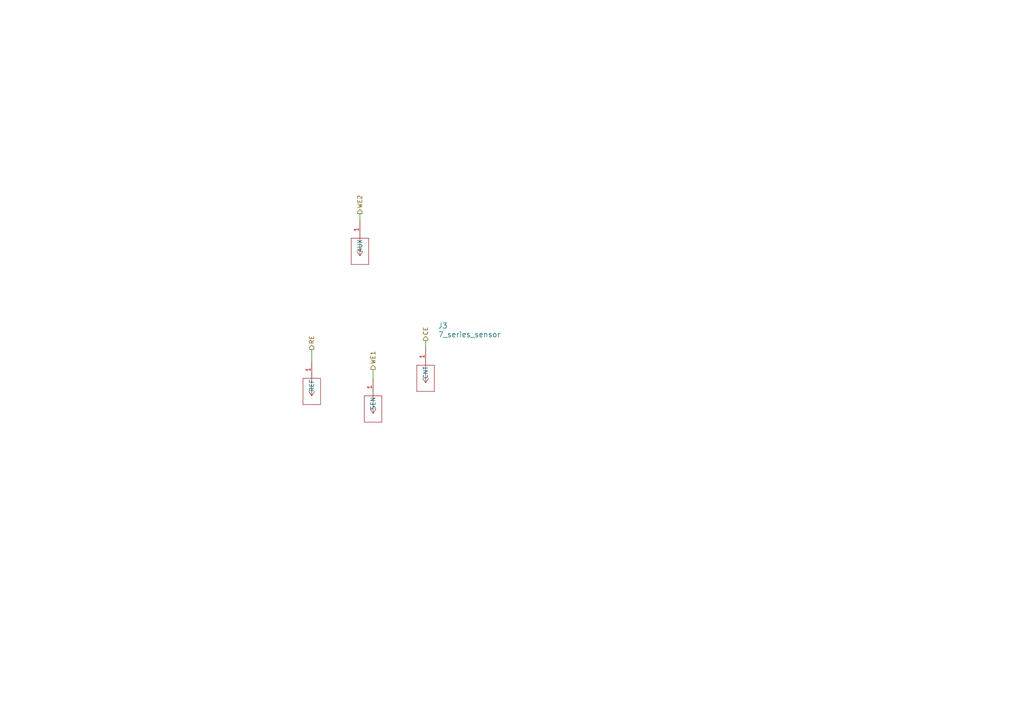
<source format=kicad_sch>
(kicad_sch (version 20231120) (generator "eeschema") (generator_version "8.0")
  (paper "A4")
  (lib_symbols
    (symbol "7_series_sensor_1" (pin_names (offset 0.254))
      (property "Reference" "J" (at 8.89 6.35 0))
      (property "Value" "7_series_sensor" (at -2.54 6.35 0))
      (symbol "7_series_sensor_1_1_1"
        (polyline (pts (xy -35.56 11.43) (xy -27.94 11.43)) (stroke (width 0.127)))
        (polyline (pts (xy -35.56 16.51) (xy -35.56 11.43)) (stroke (width 0.127)))
        (polyline (pts (xy -30.48 13.97) (xy -35.56 13.97)) (stroke (width 0.127)))
        (polyline (pts (xy -30.48 13.97) (xy -31.75 13.1233)) (stroke (width 0.127)))
        (polyline (pts (xy -30.48 13.97) (xy -31.75 14.8167)) (stroke (width 0.127)))
        (polyline (pts (xy -27.94 11.43) (xy -27.94 16.51)) (stroke (width 0.127)))
        (polyline (pts (xy -27.94 16.51) (xy -35.56 16.51)) (stroke (width 0.127)))
        (polyline (pts (xy 1.27 30.48) (xy 8.89 30.48)) (stroke (width 0.127)))
        (polyline (pts (xy 1.27 35.56) (xy 1.27 30.48)) (stroke (width 0.127)))
        (polyline (pts (xy 5.08 -2.54) (xy 12.7 -2.54)) (stroke (width 0.127)))
        (polyline (pts (xy 5.08 2.54) (xy 5.08 -2.54)) (stroke (width 0.127)))
        (polyline (pts (xy 6.35 33.02) (xy 1.27 33.02)) (stroke (width 0.127)))
        (polyline (pts (xy 6.35 33.02) (xy 5.08 32.1733)) (stroke (width 0.127)))
        (polyline (pts (xy 6.35 33.02) (xy 5.08 33.8667)) (stroke (width 0.127)))
        (polyline (pts (xy 8.89 30.48) (xy 8.89 35.56)) (stroke (width 0.127)))
        (polyline (pts (xy 8.89 35.56) (xy 1.27 35.56)) (stroke (width 0.127)))
        (polyline (pts (xy 10.16 0) (xy 5.08 0)) (stroke (width 0.127)))
        (polyline (pts (xy 10.16 0) (xy 8.89 -0.8467)) (stroke (width 0.127)))
        (polyline (pts (xy 10.16 0) (xy 8.89 0.8467)) (stroke (width 0.127)))
        (polyline (pts (xy 10.16 15.24) (xy 17.78 15.24)) (stroke (width 0.127)))
        (polyline (pts (xy 10.16 20.32) (xy 10.16 15.24)) (stroke (width 0.127)))
        (polyline (pts (xy 12.7 -2.54) (xy 12.7 2.54)) (stroke (width 0.127)))
        (polyline (pts (xy 12.7 2.54) (xy 5.08 2.54)) (stroke (width 0.127)))
        (polyline (pts (xy 15.24 17.78) (xy 10.16 17.78)) (stroke (width 0.127)))
        (polyline (pts (xy 15.24 17.78) (xy 13.97 16.9333)) (stroke (width 0.127)))
        (polyline (pts (xy 15.24 17.78) (xy 13.97 18.6267)) (stroke (width 0.127)))
        (polyline (pts (xy 17.78 15.24) (xy 17.78 20.32)) (stroke (width 0.127)))
        (polyline (pts (xy 17.78 20.32) (xy 10.16 20.32)) (stroke (width 0.127)))
        (pin unspecified line (at -40.64 13.97 0) (length 5.08) (name "AUX") (number "1"))
        (pin unspecified line (at -3.81 33.02 0) (length 5.08) (name "CNT") (number "1"))
        (pin unspecified line (at 0 0 0) (length 5.08) (name "REF") (number "1"))
        (pin unspecified line (at 5.08 17.78 0) (length 5.08) (name "SEN") (number "1"))
      )
      (symbol "7_series_sensor_1_1_2"
        (polyline (pts (xy 5.08 -2.54) (xy 12.7 -2.54)) (stroke (width 0.127)))
        (polyline (pts (xy 5.08 2.54) (xy 5.08 -2.54)) (stroke (width 0.127)))
        (polyline (pts (xy 7.62 0) (xy 5.08 0)) (stroke (width 0.127)))
        (polyline (pts (xy 7.62 0) (xy 8.89 -0.8467)) (stroke (width 0.127)))
        (polyline (pts (xy 7.62 0) (xy 8.89 0.8467)) (stroke (width 0.127)))
        (polyline (pts (xy 12.7 -2.54) (xy 12.7 2.54)) (stroke (width 0.127)))
        (polyline (pts (xy 12.7 2.54) (xy 5.08 2.54)) (stroke (width 0.127)))
        (pin unspecified line (at 0 0 0) (length 5.08) (name "1") (number "1"))
      )
    )
  )
  (wire (pts (xy 90.424 101.346) (xy 90.424 104.648)))
  (wire (pts (xy 104.394 61.976) (xy 104.394 64.008)))
  (wire (pts (xy 108.204 107.188) (xy 108.204 109.728)))
  (wire (pts (xy 123.444 98.806) (xy 123.444 100.838)))
  (hierarchical_label "WE1" (shape output) (at 108.204 107.188 90))
  (hierarchical_label "WE2" (shape output) (at 104.394 61.976 90))
  (hierarchical_label "CE" (shape output) (at 123.444 98.806 90))
  (hierarchical_label "RE" (shape output) (at 90.424 101.346 90))
  (symbol (lib_name "7_series_sensor_1") (lib_id "7_series_sensor:7_series_sensor") (at 90.424 104.648 270) (unit 1)
    (property "Reference" "J3" (at 127 94.4879 90) (effects (font (size 1.524 1.524)) (justify left)))
    (property "Value" "7_series_sensor" (at 127 97.0279 90) (effects (font (size 1.524 1.524)) (justify left)))
    (property "Footprint" "7series_sensor:7_series_sensor" (effects (hide yes)))
    (property "Datasheet" "0331-0-15-15-18-14-10-0" (effects (hide yes)))
  )
)
</source>
